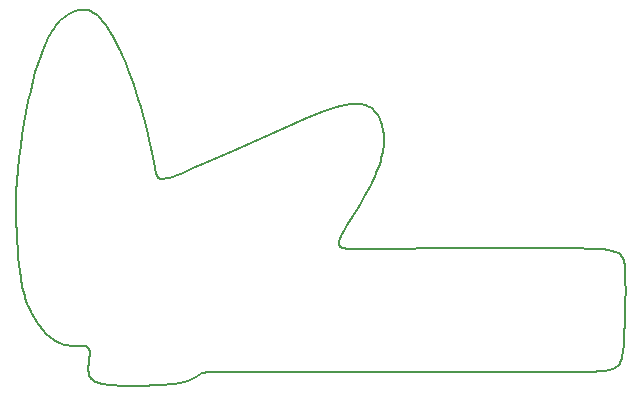
<source format=gbr>
%TF.GenerationSoftware,KiCad,Pcbnew,8.0.7*%
%TF.CreationDate,2025-01-17T18:48:29+01:00*%
%TF.ProjectId,SAO_Attraktor,53414f5f-4174-4747-9261-6b746f722e6b,rev?*%
%TF.SameCoordinates,Original*%
%TF.FileFunction,Profile,NP*%
%FSLAX46Y46*%
G04 Gerber Fmt 4.6, Leading zero omitted, Abs format (unit mm)*
G04 Created by KiCad (PCBNEW 8.0.7) date 2025-01-17 18:48:29*
%MOMM*%
%LPD*%
G01*
G04 APERTURE LIST*
%TA.AperFunction,Profile*%
%ADD10C,0.137583*%
%TD*%
G04 APERTURE END LIST*
D10*
X117958584Y-106919651D02*
X117958584Y-106919651D01*
X123573908Y-114448436D02*
X123493820Y-114438859D01*
X131740155Y-117552910D02*
X131612154Y-117579459D01*
X164686830Y-116675263D02*
X163769553Y-116679640D01*
X121871478Y-86568802D02*
X121987020Y-86484012D01*
X123923601Y-114614012D02*
X123906492Y-114593648D01*
X123947942Y-116854527D02*
X123923464Y-116751318D01*
X123310643Y-114428978D02*
X122854219Y-114428603D01*
X147369506Y-94064736D02*
X147501319Y-94114942D01*
X122825556Y-86068689D02*
X122950413Y-86031948D01*
X169020456Y-115623885D02*
X168982427Y-115733542D01*
X118920190Y-111317549D02*
X118819145Y-111092785D01*
X130172490Y-100283846D02*
X130251395Y-100280522D01*
X130251395Y-100280522D02*
X130337562Y-100271479D01*
X148463598Y-95027030D02*
X148542655Y-95179693D01*
X123592072Y-85966947D02*
X123723513Y-85982885D01*
X133254442Y-116866541D02*
X133130797Y-116944774D01*
X144397180Y-94357380D02*
X144849102Y-94218015D01*
X129962598Y-117746152D02*
X129534902Y-117765128D01*
X149822794Y-106212348D02*
X149822794Y-106212348D01*
X131881360Y-99775540D02*
X131881360Y-99775540D01*
X121047188Y-113980951D02*
X121047188Y-113980951D01*
X124012693Y-114869447D02*
X124008251Y-114834107D01*
X123906492Y-114593648D02*
X123887846Y-114574722D01*
X118251821Y-109200706D02*
X118204710Y-108943372D01*
X121987020Y-86484012D02*
X122103424Y-86406596D01*
X122579735Y-86159972D02*
X122701979Y-86111611D01*
X124133740Y-117201391D02*
X124073515Y-117124277D01*
X121689341Y-114273116D02*
X121530204Y-114218294D01*
X148631043Y-98770047D02*
X148551399Y-99025695D01*
X129101674Y-97364739D02*
X129332911Y-98461184D01*
X123797378Y-114512483D02*
X123770659Y-114500064D01*
X125139380Y-117655317D02*
X124983336Y-117623270D01*
X145141183Y-105931208D02*
X145155073Y-105954706D01*
X121415864Y-86992406D02*
X121528992Y-86872768D01*
X123332143Y-85966237D02*
X123461598Y-85961645D01*
X167292588Y-116576762D02*
X167049482Y-116599221D01*
X168352874Y-116352567D02*
X168218616Y-116402038D01*
X145259554Y-106056369D02*
X145287821Y-106073693D01*
X124393385Y-86248102D02*
X124461378Y-86293843D01*
X148253546Y-99821861D02*
X148134562Y-100097165D01*
X168753188Y-116096554D02*
X168671631Y-116169860D01*
X131338635Y-117626061D02*
X131039560Y-117664925D01*
X148461947Y-99286178D02*
X148362668Y-99551550D01*
X148615081Y-95341195D02*
X148680555Y-95511045D01*
X167717920Y-116520232D02*
X167515070Y-116550529D01*
X145210548Y-106018781D02*
X145233814Y-106038073D01*
X148851875Y-97794773D02*
X148811294Y-98031598D01*
X148427050Y-106238064D02*
X149822794Y-106212348D01*
X129753792Y-100112597D02*
X129789271Y-100152616D01*
X130100441Y-100281520D02*
X130172490Y-100283846D01*
X122579735Y-86159972D02*
X122579735Y-86159972D01*
X146126120Y-106236775D02*
X146287937Y-106244613D01*
X123896754Y-116528500D02*
X123892876Y-116410748D01*
X168955534Y-106719364D02*
X169022300Y-106789952D01*
X145253498Y-94112635D02*
X145626392Y-94034748D01*
X126300817Y-88851805D02*
X126431273Y-89116302D01*
X122458846Y-86213243D02*
X122579735Y-86159972D01*
X118420576Y-109938725D02*
X118359322Y-109697760D01*
X118359322Y-109697760D02*
X118303214Y-109451961D01*
X129721906Y-100067460D02*
X129753792Y-100112597D01*
X168698048Y-106540949D02*
X168794045Y-106595128D01*
X123953311Y-114659233D02*
X123939199Y-114635859D01*
X148005701Y-100377512D02*
X147866944Y-100662955D01*
X124666271Y-86454629D02*
X124666271Y-86454629D01*
X125487538Y-117708324D02*
X125307362Y-117683586D01*
X127289045Y-91104917D02*
X127514063Y-91705072D01*
X145143098Y-105516778D02*
X145123035Y-105594691D01*
X121528992Y-86872768D02*
X121642567Y-86762644D01*
X148680555Y-95511045D02*
X148738753Y-95688752D01*
X167515070Y-116550529D02*
X167292588Y-116576762D01*
X136230938Y-116621091D02*
X134421384Y-116643751D01*
X129828751Y-100187450D02*
X129872640Y-100217034D01*
X118287199Y-96535374D02*
X118444575Y-95557258D01*
X118995995Y-92820481D02*
X118995995Y-92820481D01*
X147559674Y-101249338D02*
X147215522Y-101854345D01*
X162730051Y-116680581D02*
X139614254Y-116621645D01*
X117854147Y-105542426D02*
X117814153Y-104791290D01*
X148378234Y-94883694D02*
X148463598Y-95027030D01*
X129667284Y-99962099D02*
X129693206Y-100017272D01*
X148903888Y-97334797D02*
X148882734Y-97562523D01*
X118819145Y-111092785D02*
X118819145Y-111092785D01*
X146463816Y-106250261D02*
X146654172Y-106253896D01*
X120253539Y-113318192D02*
X120100774Y-113151023D01*
X121369788Y-114152040D02*
X121289261Y-114114291D01*
X168578388Y-116236770D02*
X168472467Y-116297575D01*
X130354181Y-117723864D02*
X129962598Y-117746152D01*
X123887846Y-114574722D02*
X123867638Y-114557187D01*
X133366226Y-116798517D02*
X133254442Y-116866541D01*
X162730051Y-116680581D02*
X162730051Y-116680581D01*
X120289071Y-88825256D02*
X120514899Y-88355694D01*
X124584243Y-117502006D02*
X124473366Y-117452390D01*
X124803547Y-86582132D02*
X124941206Y-86725424D01*
X123611168Y-114454543D02*
X123573908Y-114448436D01*
X131980287Y-117492626D02*
X131862755Y-117524012D01*
X118560249Y-110408637D02*
X118487408Y-110175476D01*
X147091876Y-93991191D02*
X147233000Y-94023601D01*
X147866944Y-100662955D02*
X147718274Y-100953547D01*
X128133030Y-93567979D02*
X128320196Y-94205160D01*
X147501319Y-94114942D02*
X147628366Y-94174568D01*
X122854219Y-114428603D02*
X122588288Y-114421922D01*
X165230762Y-106165195D02*
X165230762Y-106165195D01*
X145427188Y-106133701D02*
X145513382Y-106158447D01*
X122153896Y-114379693D02*
X122001705Y-114352745D01*
X165489826Y-116665118D02*
X164686830Y-116675263D01*
X145112585Y-105853976D02*
X145119991Y-105880865D01*
X130431400Y-100256651D02*
X130533317Y-100235972D01*
X129622144Y-99837067D02*
X129643732Y-99902009D01*
X119804936Y-112788835D02*
X119662794Y-112595507D01*
X123855868Y-86010201D02*
X123922372Y-86028358D01*
X148087520Y-94514556D02*
X148189872Y-94626967D01*
X146796079Y-93951152D02*
X146946211Y-93967157D01*
X166504631Y-106200077D02*
X167027068Y-106226973D01*
X146946211Y-93967157D02*
X147091876Y-93991191D01*
X131039560Y-117664925D02*
X130712288Y-117697157D01*
X169314672Y-112528875D02*
X169270356Y-113426104D01*
X132592578Y-117255173D02*
X132500905Y-117299102D01*
X118084756Y-108128691D02*
X118018285Y-107543786D01*
X148915355Y-97111543D02*
X148915355Y-97111543D01*
X126811791Y-89944113D02*
X127054908Y-90517471D01*
X123947942Y-116854527D02*
X123947942Y-116854527D01*
X120064348Y-89349526D02*
X120289071Y-88825256D01*
X123980874Y-116951091D02*
X123947942Y-116854527D01*
X119198612Y-92010252D02*
X119407861Y-91258870D01*
X147559674Y-101249338D02*
X147559674Y-101249338D01*
X121047188Y-113980951D02*
X120886035Y-113874296D01*
X127514063Y-91705072D02*
X127729825Y-92316554D01*
X140863842Y-95791227D02*
X141793753Y-95384547D01*
X169144572Y-114947602D02*
X169104158Y-115244880D01*
X119662794Y-112595507D02*
X119525126Y-112395151D01*
X118639531Y-110638827D02*
X118560249Y-110408637D01*
X125079076Y-86883708D02*
X125216983Y-87056191D01*
X119143620Y-111760371D02*
X119028504Y-111540360D01*
X145611139Y-106179928D02*
X145720875Y-106198322D01*
X127054908Y-90517471D02*
X127289045Y-91104917D01*
X146859424Y-106255699D02*
X147316277Y-106254523D01*
X134421384Y-116643751D02*
X133938227Y-116666896D01*
X124002505Y-114800613D02*
X123995429Y-114768919D01*
X168068700Y-116446278D02*
X167902132Y-116485579D01*
X148738753Y-95688752D02*
X148789354Y-95873827D01*
X121756695Y-86661501D02*
X121871478Y-86568802D01*
X142596019Y-95044315D02*
X143286663Y-94764038D01*
X117803376Y-101405456D02*
X117852488Y-100471290D01*
X136169434Y-97907086D02*
X140863842Y-95791227D01*
X129547260Y-99530124D02*
X129583223Y-99692898D01*
X148832035Y-96065779D02*
X148866474Y-96264118D01*
X124838970Y-117587200D02*
X124706025Y-117546860D01*
X120740727Y-87940015D02*
X120853336Y-87752049D01*
X145981045Y-93979404D02*
X146152384Y-93960475D01*
X132844584Y-117119729D02*
X132764313Y-117165107D01*
X147718274Y-100953547D02*
X147559674Y-101249338D01*
X132764313Y-117165107D02*
X132680345Y-117210381D01*
X124017941Y-115030165D02*
X124018455Y-114986991D01*
X168472467Y-116297575D02*
X168352874Y-116352567D01*
X124983336Y-117623270D02*
X124838970Y-117587200D01*
X127936193Y-92937983D02*
X128133030Y-93567979D01*
X121208609Y-114073282D02*
X121127897Y-114028880D01*
X125354754Y-87242077D02*
X125492216Y-87440572D01*
X139614254Y-116621645D02*
X136230938Y-116621091D01*
X169344940Y-108180972D02*
X169364856Y-108906867D01*
X126101580Y-117763691D02*
X125680168Y-117729777D01*
X127729825Y-92316554D02*
X127936193Y-92937983D01*
X127558785Y-117804927D02*
X127052060Y-117800024D01*
X123892876Y-116410748D02*
X123894217Y-116290007D01*
X123493820Y-114438859D02*
X123406135Y-114432494D01*
X146319633Y-93947838D02*
X146482715Y-93941840D01*
X123680248Y-114469617D02*
X123646606Y-114461588D01*
X117773123Y-103171585D02*
X117777889Y-102306062D01*
X125765523Y-87872207D02*
X125901021Y-88103758D01*
X129789271Y-100152616D02*
X129828751Y-100187450D01*
X167027068Y-106226973D02*
X167479966Y-106263003D01*
X121846681Y-114317576D02*
X121689341Y-114273116D01*
X129643732Y-99902009D02*
X129667284Y-99962099D01*
X123921323Y-115919133D02*
X123980579Y-115439123D01*
X123310645Y-114428978D02*
X123310645Y-114428978D01*
X118161450Y-108679340D02*
X118084756Y-108128691D01*
X126560036Y-89387050D02*
X126811791Y-89944113D01*
X167902132Y-116485579D02*
X167717920Y-116520232D01*
X128664899Y-95494215D02*
X128821738Y-96135281D01*
X169174325Y-107038780D02*
X169211031Y-107134962D01*
X124056000Y-86074135D02*
X124123111Y-86101940D01*
X169371649Y-109742181D02*
X169365457Y-110649337D01*
X167479966Y-106263003D02*
X167868419Y-106310292D01*
X130643719Y-100209375D02*
X130763015Y-100176792D01*
X148811294Y-98031598D02*
X148760973Y-98273051D01*
X122447705Y-114413211D02*
X122302735Y-114399491D01*
X124123111Y-86101940D02*
X124190412Y-86133146D01*
X117903257Y-106252388D02*
X117854147Y-105542426D01*
X129872640Y-100217034D02*
X129921346Y-100241299D01*
X120408913Y-113474950D02*
X120253539Y-113318192D01*
X157637178Y-106135724D02*
X161787129Y-106132776D01*
X132680345Y-117210381D02*
X132592578Y-117255173D01*
X120853336Y-87752049D02*
X120965772Y-87576810D01*
X122103424Y-86406596D02*
X122220794Y-86336020D01*
X121530204Y-114218294D02*
X121369788Y-114152040D01*
X168197521Y-106370963D02*
X168472366Y-106447141D01*
X124017769Y-114945844D02*
X124015857Y-114906677D01*
X124941206Y-86725424D02*
X125079076Y-86883708D01*
X167868419Y-106310292D02*
X168197521Y-106370963D01*
X148866474Y-96264118D02*
X148892347Y-96468354D01*
X124529528Y-86343449D02*
X124597828Y-86397013D01*
X122001705Y-114352745D02*
X121846681Y-114317576D01*
X131507171Y-99921775D02*
X131881360Y-99775540D01*
X117814153Y-104791290D02*
X117786178Y-104000502D01*
X168824053Y-116016561D02*
X168753188Y-116096554D01*
X129975277Y-100260179D02*
X130034839Y-100273609D01*
X123995429Y-114768919D02*
X123986998Y-114738979D01*
X146117069Y-103657150D02*
X145786475Y-104207977D01*
X169213610Y-114244872D02*
X169144572Y-114947602D01*
X133478064Y-116743035D02*
X133366226Y-116798517D01*
X124325556Y-86206135D02*
X124393385Y-86248102D01*
X124473366Y-117452390D02*
X124373135Y-117397766D01*
X129534902Y-117765128D02*
X129534902Y-117765128D01*
X123939199Y-114635859D02*
X123923601Y-114614012D01*
X129921346Y-100241299D02*
X129975277Y-100260179D01*
X119392397Y-112188613D02*
X119265073Y-111976737D01*
X168472366Y-106447141D02*
X168591034Y-106491708D01*
X145805689Y-94004278D02*
X145981045Y-93979404D01*
X169364856Y-108906867D02*
X169371649Y-109742181D01*
X145502437Y-104710731D02*
X145383273Y-104939765D01*
X120965772Y-87576810D02*
X121078140Y-87413761D01*
X128821738Y-96135281D02*
X129101674Y-97364739D01*
X124461378Y-86293843D02*
X124529528Y-86343449D01*
X148882734Y-97562523D02*
X148851875Y-97794773D01*
X145318665Y-106090065D02*
X145352140Y-106105509D01*
X167049482Y-116599221D02*
X166784759Y-116618199D01*
X122950413Y-86031948D02*
X123076498Y-86002131D01*
X145102504Y-105766171D02*
X145103894Y-105796652D01*
X145109535Y-105667188D02*
X145103016Y-105734449D01*
X145119991Y-105880865D02*
X145129506Y-105906601D01*
X123923464Y-116751318D02*
X123906676Y-116642332D01*
X145352140Y-106105509D02*
X145388297Y-106120047D01*
X124073515Y-117124277D02*
X124022645Y-117040926D01*
X122701979Y-86111611D02*
X122825556Y-86068689D01*
X131178343Y-100042470D02*
X131507171Y-99921775D01*
X129583223Y-99692898D02*
X129622144Y-99837067D01*
X122339234Y-86271747D02*
X122458846Y-86213243D01*
X121303082Y-87122094D02*
X121415864Y-86992406D01*
X126168841Y-88594351D02*
X126300817Y-88851805D01*
X123986998Y-114738979D02*
X123977185Y-114710748D01*
X143286663Y-94764038D02*
X143881708Y-94537224D01*
X123712120Y-114478676D02*
X123680248Y-114469617D01*
X141793753Y-95384547D02*
X142596019Y-95044315D01*
X130763015Y-100176792D02*
X130891613Y-100138159D01*
X147233000Y-94023601D02*
X147369506Y-94064736D01*
X121642567Y-86762644D02*
X121756695Y-86661501D01*
X120566432Y-113620450D02*
X120408913Y-113474950D01*
X153432027Y-106165195D02*
X157637178Y-106135724D01*
X148134562Y-100097165D02*
X148005701Y-100377512D01*
X169080596Y-106866540D02*
X169131059Y-106949394D01*
X145171230Y-105977120D02*
X145189704Y-105998471D01*
X130034839Y-100273609D02*
X130100441Y-100281520D01*
X146641555Y-93942829D02*
X146796079Y-93951152D01*
X131029919Y-100093407D02*
X131178343Y-100042470D01*
X126811791Y-89944113D02*
X126811791Y-89944113D01*
X133805618Y-98960605D02*
X136169434Y-97907086D01*
X148189872Y-94626967D02*
X148286885Y-94750176D01*
X147867856Y-94323466D02*
X147980149Y-94413434D01*
X148760973Y-98273051D02*
X148700895Y-98519183D01*
X120100774Y-113151023D02*
X119951084Y-112974289D01*
X123770659Y-114500064D02*
X123742249Y-114488810D01*
X145107237Y-105825913D02*
X145112585Y-105853976D01*
X125307362Y-117683586D02*
X125139380Y-117655317D01*
X130337562Y-100271479D02*
X130431400Y-100256651D01*
X131881360Y-99775540D02*
X132767421Y-99408942D01*
X118616731Y-94604425D02*
X118801321Y-93688343D01*
X117852488Y-100471290D02*
X117852488Y-100471290D01*
X117852488Y-100471290D02*
X117927250Y-99506731D01*
X145201445Y-105344515D02*
X145143098Y-105516778D01*
X125216983Y-87056191D02*
X125354754Y-87242077D01*
X123845841Y-114540999D02*
X123822430Y-114526113D01*
X169365457Y-110649337D02*
X169346418Y-111590761D01*
X126562601Y-117786693D02*
X126101580Y-117763691D01*
X124666271Y-86454629D02*
X124803547Y-86582132D01*
X148892347Y-96468354D02*
X148909334Y-96677997D01*
X117958584Y-106919651D02*
X117903257Y-106252388D01*
X119622637Y-90565506D02*
X119841835Y-89929334D01*
X131862755Y-117524012D02*
X131740155Y-117552910D01*
X123310645Y-114428978D02*
X123310643Y-114428978D01*
X125680168Y-117729777D02*
X125487538Y-117708324D01*
X166784759Y-116618199D02*
X166497425Y-116633986D01*
X147215522Y-101854345D02*
X146848859Y-102466522D01*
X145103894Y-105796652D02*
X145107237Y-105825913D01*
X124017941Y-115030165D02*
X124017941Y-115030165D01*
X145626392Y-94034748D02*
X145805689Y-94004278D01*
X133938227Y-116666896D02*
X133646259Y-116699576D01*
X123742249Y-114488810D02*
X123712120Y-114478676D01*
X132305428Y-117382858D02*
X132201415Y-117421926D01*
X163769553Y-116679640D02*
X162730051Y-116680581D01*
X148542655Y-95179693D02*
X148615081Y-95341195D01*
X133646259Y-116699576D02*
X133478064Y-116743035D01*
X124257896Y-86167847D02*
X124325556Y-86206135D01*
X129510994Y-99349279D02*
X129547260Y-99530124D01*
X145977949Y-106226566D02*
X146126120Y-106236775D01*
X144849102Y-94218015D02*
X145253498Y-94112635D01*
X146287937Y-106244613D02*
X146463816Y-106250261D01*
X145786475Y-104207977D02*
X145502437Y-104710731D01*
X143881708Y-94537224D02*
X144397180Y-94357380D01*
X119951084Y-112974289D02*
X119804936Y-112788835D01*
X169211031Y-107134962D02*
X169267311Y-107348780D01*
X124015857Y-114906677D02*
X124012693Y-114869447D01*
X128497556Y-94848147D02*
X128497556Y-94848147D01*
X145129506Y-105906601D02*
X145141183Y-105931208D01*
X169052758Y-115506083D02*
X169020456Y-115623885D01*
X168879661Y-106654511D02*
X168955534Y-106719364D01*
X124022645Y-117040926D02*
X123980874Y-116951091D01*
X169267311Y-107348780D02*
X169304993Y-107592972D01*
X148286885Y-94750176D02*
X148378234Y-94883694D01*
X129510994Y-99349279D02*
X129510994Y-99349279D01*
X125901021Y-88103758D02*
X126035518Y-88344737D01*
X130891613Y-100138159D02*
X131029919Y-100093407D01*
X145282223Y-105151602D02*
X145201445Y-105344515D01*
X145720875Y-106198322D02*
X145843006Y-106213808D01*
X128579343Y-117794425D02*
X128071603Y-117802647D01*
X146482715Y-93941840D02*
X146641555Y-93942829D01*
X121078140Y-87413761D02*
X121190542Y-87262367D01*
X123789579Y-85995074D02*
X123855868Y-86010201D01*
X132093079Y-117458613D02*
X131980287Y-117492626D01*
X145155073Y-105954706D02*
X145171230Y-105977120D01*
X166186487Y-116646873D02*
X165489826Y-116665118D01*
X169270356Y-113426104D02*
X169213610Y-114244872D01*
X169304993Y-107592972D02*
X169329171Y-107869661D01*
X147980149Y-94413434D02*
X148087520Y-94514556D01*
X145123035Y-105594691D02*
X145109535Y-105667188D01*
X148551399Y-99025695D02*
X148461947Y-99286178D01*
X117927250Y-99506731D02*
X118026188Y-98521580D01*
X130533317Y-100235972D02*
X130643719Y-100209375D01*
X148917110Y-96892557D02*
X148915355Y-97111543D01*
X123203759Y-85979980D02*
X123332143Y-85966237D01*
X123646606Y-114461588D02*
X123611168Y-114454543D01*
X130712288Y-117697157D02*
X130354181Y-117723864D01*
X132093079Y-117458613D02*
X132093079Y-117458613D01*
X124203580Y-117272513D02*
X124133740Y-117201391D01*
X147750569Y-94243960D02*
X147867856Y-94323466D01*
X168794045Y-106595128D02*
X168879661Y-106654511D01*
X122588288Y-114421922D02*
X122447705Y-114413211D01*
X145189704Y-105998471D02*
X145210548Y-106018781D01*
X148915355Y-97111543D02*
X148903888Y-97334797D01*
X169329171Y-107869661D02*
X169344940Y-108180972D01*
X121127897Y-114028880D02*
X121047188Y-113980951D01*
X145388297Y-106120047D02*
X145427188Y-106133701D01*
X123906676Y-116642332D02*
X123896754Y-116528500D01*
X132201415Y-117421926D02*
X132093079Y-117458613D01*
X140863842Y-95791227D02*
X140863842Y-95791227D01*
X147980149Y-94413434D02*
X147980149Y-94413434D01*
X117777889Y-102306062D02*
X117803376Y-101405456D01*
X124190412Y-86133146D02*
X124257896Y-86167847D01*
X169022300Y-106789952D02*
X169080596Y-106866540D01*
X123977185Y-114710748D02*
X123965965Y-114684181D01*
X169080328Y-115379845D02*
X169052758Y-115506083D01*
X124373135Y-117397766D02*
X124283292Y-117337889D01*
X124018455Y-114986991D02*
X124017769Y-114945844D01*
X145233814Y-106038073D02*
X145259554Y-106056369D01*
X122220794Y-86336020D02*
X122339234Y-86271747D01*
X132500905Y-117299102D02*
X132405223Y-117341791D01*
X123822430Y-114526113D02*
X123797378Y-114512483D01*
X145513382Y-106158447D02*
X145611139Y-106179928D01*
X123965965Y-114684181D02*
X123953311Y-114659233D01*
X147316277Y-106254523D02*
X147837709Y-106248167D01*
X120740727Y-87940015D02*
X120740727Y-87940015D01*
X169131059Y-106949394D02*
X169174325Y-107038780D01*
X118204710Y-108943372D02*
X118161450Y-108679340D01*
X145383273Y-104939765D02*
X145282223Y-105151602D01*
X129693206Y-100017272D02*
X129721906Y-100067460D01*
X126035518Y-88344737D02*
X126168841Y-88594351D01*
X123989085Y-86049639D02*
X124056000Y-86074135D01*
X125629197Y-87650880D02*
X125765523Y-87872207D01*
X119265073Y-111976737D02*
X119143620Y-111760371D01*
X118487408Y-110175476D02*
X118420576Y-109938725D01*
X123899954Y-116167205D02*
X123909264Y-116043270D01*
X124706025Y-117546860D02*
X124584243Y-117502006D01*
X119028504Y-111540360D02*
X118920190Y-111317549D01*
X148362668Y-99551550D02*
X148253546Y-99821861D01*
X168671631Y-116169860D02*
X168578388Y-116236770D01*
X146654172Y-106253896D02*
X146859424Y-106255699D01*
X120725627Y-113753847D02*
X120566432Y-113620450D01*
X123867638Y-114557187D02*
X123845841Y-114540999D01*
X121289261Y-114114291D02*
X121208609Y-114073282D01*
X120514899Y-88355694D02*
X120740727Y-87940015D01*
X133366226Y-116798517D02*
X133366226Y-116798517D01*
X118801321Y-93688343D02*
X118995995Y-92820481D01*
X125680168Y-117729777D02*
X125680168Y-117729777D01*
X132994456Y-117030182D02*
X132844584Y-117119729D01*
X118995995Y-92820481D02*
X119198612Y-92010252D01*
X123894217Y-116290007D02*
X123899954Y-116167205D01*
X169344940Y-108180972D02*
X169344940Y-108180972D01*
X118444575Y-95557258D02*
X118616731Y-94604425D01*
X168885219Y-115929589D02*
X168824053Y-116016561D01*
X145626392Y-94034748D02*
X145626392Y-94034748D01*
X148909334Y-96677997D02*
X148917110Y-96892557D01*
X145103016Y-105734449D02*
X145102504Y-105766171D01*
X124008251Y-114834107D02*
X124002505Y-114800613D01*
X124005291Y-115222048D02*
X124013535Y-115122493D01*
X119407861Y-91258870D02*
X119622637Y-90565506D01*
X133130797Y-116944774D02*
X132994456Y-117030182D01*
X166497425Y-116633986D02*
X166186487Y-116646873D01*
X118725686Y-110866669D02*
X118639531Y-110638827D01*
X131478424Y-117603797D02*
X131338635Y-117626061D01*
X149822794Y-106212348D02*
X153432027Y-106165195D01*
X125492216Y-87440572D02*
X125629197Y-87650880D01*
X120886035Y-113874296D02*
X120725627Y-113753847D01*
X124597828Y-86397013D02*
X124666271Y-86454629D01*
X129332911Y-98461184D02*
X129510994Y-99349279D01*
X148700895Y-98519183D02*
X148631043Y-98770047D01*
X145287821Y-106073693D02*
X145318665Y-106090065D01*
X169104158Y-115244880D02*
X169080328Y-115379845D01*
X128071603Y-117802647D02*
X127558785Y-117804927D01*
X121190542Y-87262367D02*
X121303082Y-87122094D01*
X131612154Y-117579459D02*
X131478424Y-117603797D01*
X123980579Y-115439123D02*
X124005291Y-115222048D01*
X123076498Y-86002131D02*
X123203759Y-85979980D01*
X118146954Y-97527305D02*
X118287199Y-96535374D01*
X127052060Y-117800024D02*
X126562601Y-117786693D01*
X146848859Y-102466522D02*
X146117069Y-103657150D01*
X124013535Y-115122493D02*
X124017941Y-115030165D01*
X117786178Y-104000502D02*
X117773123Y-103171585D01*
X132405223Y-117341791D02*
X132305428Y-117382858D01*
X139614254Y-116621645D02*
X139614254Y-116621645D01*
X145143098Y-105516778D02*
X145143098Y-105516778D01*
X123406135Y-114432494D02*
X123310645Y-114428978D01*
X148789354Y-95873827D02*
X148832035Y-96065779D01*
X126431273Y-89116302D02*
X126560036Y-89387050D01*
X118026188Y-98521580D02*
X118146954Y-97527305D01*
X165230762Y-106165195D02*
X166504631Y-106200077D01*
X168982427Y-115733542D02*
X168937680Y-115835346D01*
X147837709Y-106248167D02*
X148427050Y-106238064D01*
X168218616Y-116402038D02*
X168068700Y-116446278D01*
X119525126Y-112395151D02*
X119392397Y-112188613D01*
X146152384Y-93960475D02*
X146319633Y-93947838D01*
X129534902Y-117765128D02*
X128579343Y-117794425D01*
X122302735Y-114399491D02*
X122153896Y-114379693D01*
X161787129Y-106132776D02*
X165230762Y-106165195D01*
X132767421Y-99408942D02*
X133805618Y-98960605D01*
X123922372Y-86028358D02*
X123989085Y-86049639D01*
X147628366Y-94174568D02*
X147750569Y-94243960D01*
X169346418Y-111590761D02*
X169314672Y-112528875D01*
X118819145Y-111092785D02*
X118725686Y-110866669D01*
X124283292Y-117337889D02*
X124203580Y-117272513D01*
X123461598Y-85961645D02*
X123592072Y-85966947D01*
X168937680Y-115835346D02*
X168885219Y-115929589D01*
X118303214Y-109451961D02*
X118251821Y-109200706D01*
X145843006Y-106213808D02*
X145977949Y-106226566D01*
X128320196Y-94205160D02*
X128497556Y-94848147D01*
X128497556Y-94848147D02*
X128664899Y-95494215D01*
X123909264Y-116043270D02*
X123921323Y-115919133D01*
X168591034Y-106491708D02*
X168698048Y-106540949D01*
X118018285Y-107543786D02*
X117958584Y-106919651D01*
X119841835Y-89929334D02*
X120064348Y-89349526D01*
X123723513Y-85982885D02*
X123789579Y-85995074D01*
X169144572Y-114947602D02*
X169144572Y-114947602D01*
M02*

</source>
